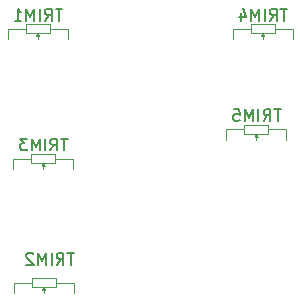
<source format=gbr>
%TF.GenerationSoftware,KiCad,Pcbnew,9.0.4*%
%TF.CreationDate,2025-09-28T20:49:05+05:30*%
%TF.ProjectId,BSPD_v2,42535044-5f76-4322-9e6b-696361645f70,rev?*%
%TF.SameCoordinates,Original*%
%TF.FileFunction,Legend,Bot*%
%TF.FilePolarity,Positive*%
%FSLAX46Y46*%
G04 Gerber Fmt 4.6, Leading zero omitted, Abs format (unit mm)*
G04 Created by KiCad (PCBNEW 9.0.4) date 2025-09-28 20:49:05*
%MOMM*%
%LPD*%
G01*
G04 APERTURE LIST*
%ADD10C,0.150000*%
%ADD11C,0.120000*%
G04 APERTURE END LIST*
D10*
X80031427Y-89406819D02*
X79459999Y-89406819D01*
X79745713Y-90406819D02*
X79745713Y-89406819D01*
X78555237Y-90406819D02*
X78888570Y-89930628D01*
X79126665Y-90406819D02*
X79126665Y-89406819D01*
X79126665Y-89406819D02*
X78745713Y-89406819D01*
X78745713Y-89406819D02*
X78650475Y-89454438D01*
X78650475Y-89454438D02*
X78602856Y-89502057D01*
X78602856Y-89502057D02*
X78555237Y-89597295D01*
X78555237Y-89597295D02*
X78555237Y-89740152D01*
X78555237Y-89740152D02*
X78602856Y-89835390D01*
X78602856Y-89835390D02*
X78650475Y-89883009D01*
X78650475Y-89883009D02*
X78745713Y-89930628D01*
X78745713Y-89930628D02*
X79126665Y-89930628D01*
X78126665Y-90406819D02*
X78126665Y-89406819D01*
X77650475Y-90406819D02*
X77650475Y-89406819D01*
X77650475Y-89406819D02*
X77317142Y-90121104D01*
X77317142Y-90121104D02*
X76983809Y-89406819D01*
X76983809Y-89406819D02*
X76983809Y-90406819D01*
X76602856Y-89406819D02*
X75983809Y-89406819D01*
X75983809Y-89406819D02*
X76317142Y-89787771D01*
X76317142Y-89787771D02*
X76174285Y-89787771D01*
X76174285Y-89787771D02*
X76079047Y-89835390D01*
X76079047Y-89835390D02*
X76031428Y-89883009D01*
X76031428Y-89883009D02*
X75983809Y-89978247D01*
X75983809Y-89978247D02*
X75983809Y-90216342D01*
X75983809Y-90216342D02*
X76031428Y-90311580D01*
X76031428Y-90311580D02*
X76079047Y-90359200D01*
X76079047Y-90359200D02*
X76174285Y-90406819D01*
X76174285Y-90406819D02*
X76459999Y-90406819D01*
X76459999Y-90406819D02*
X76555237Y-90359200D01*
X76555237Y-90359200D02*
X76602856Y-90311580D01*
X98611427Y-78406819D02*
X98039999Y-78406819D01*
X98325713Y-79406819D02*
X98325713Y-78406819D01*
X97135237Y-79406819D02*
X97468570Y-78930628D01*
X97706665Y-79406819D02*
X97706665Y-78406819D01*
X97706665Y-78406819D02*
X97325713Y-78406819D01*
X97325713Y-78406819D02*
X97230475Y-78454438D01*
X97230475Y-78454438D02*
X97182856Y-78502057D01*
X97182856Y-78502057D02*
X97135237Y-78597295D01*
X97135237Y-78597295D02*
X97135237Y-78740152D01*
X97135237Y-78740152D02*
X97182856Y-78835390D01*
X97182856Y-78835390D02*
X97230475Y-78883009D01*
X97230475Y-78883009D02*
X97325713Y-78930628D01*
X97325713Y-78930628D02*
X97706665Y-78930628D01*
X96706665Y-79406819D02*
X96706665Y-78406819D01*
X96230475Y-79406819D02*
X96230475Y-78406819D01*
X96230475Y-78406819D02*
X95897142Y-79121104D01*
X95897142Y-79121104D02*
X95563809Y-78406819D01*
X95563809Y-78406819D02*
X95563809Y-79406819D01*
X94659047Y-78740152D02*
X94659047Y-79406819D01*
X94897142Y-78359200D02*
X95135237Y-79073485D01*
X95135237Y-79073485D02*
X94516190Y-79073485D01*
X98081427Y-86906819D02*
X97509999Y-86906819D01*
X97795713Y-87906819D02*
X97795713Y-86906819D01*
X96605237Y-87906819D02*
X96938570Y-87430628D01*
X97176665Y-87906819D02*
X97176665Y-86906819D01*
X97176665Y-86906819D02*
X96795713Y-86906819D01*
X96795713Y-86906819D02*
X96700475Y-86954438D01*
X96700475Y-86954438D02*
X96652856Y-87002057D01*
X96652856Y-87002057D02*
X96605237Y-87097295D01*
X96605237Y-87097295D02*
X96605237Y-87240152D01*
X96605237Y-87240152D02*
X96652856Y-87335390D01*
X96652856Y-87335390D02*
X96700475Y-87383009D01*
X96700475Y-87383009D02*
X96795713Y-87430628D01*
X96795713Y-87430628D02*
X97176665Y-87430628D01*
X96176665Y-87906819D02*
X96176665Y-86906819D01*
X95700475Y-87906819D02*
X95700475Y-86906819D01*
X95700475Y-86906819D02*
X95367142Y-87621104D01*
X95367142Y-87621104D02*
X95033809Y-86906819D01*
X95033809Y-86906819D02*
X95033809Y-87906819D01*
X94081428Y-86906819D02*
X94557618Y-86906819D01*
X94557618Y-86906819D02*
X94605237Y-87383009D01*
X94605237Y-87383009D02*
X94557618Y-87335390D01*
X94557618Y-87335390D02*
X94462380Y-87287771D01*
X94462380Y-87287771D02*
X94224285Y-87287771D01*
X94224285Y-87287771D02*
X94129047Y-87335390D01*
X94129047Y-87335390D02*
X94081428Y-87383009D01*
X94081428Y-87383009D02*
X94033809Y-87478247D01*
X94033809Y-87478247D02*
X94033809Y-87716342D01*
X94033809Y-87716342D02*
X94081428Y-87811580D01*
X94081428Y-87811580D02*
X94129047Y-87859200D01*
X94129047Y-87859200D02*
X94224285Y-87906819D01*
X94224285Y-87906819D02*
X94462380Y-87906819D01*
X94462380Y-87906819D02*
X94557618Y-87859200D01*
X94557618Y-87859200D02*
X94605237Y-87811580D01*
X80571427Y-99066819D02*
X79999999Y-99066819D01*
X80285713Y-100066819D02*
X80285713Y-99066819D01*
X79095237Y-100066819D02*
X79428570Y-99590628D01*
X79666665Y-100066819D02*
X79666665Y-99066819D01*
X79666665Y-99066819D02*
X79285713Y-99066819D01*
X79285713Y-99066819D02*
X79190475Y-99114438D01*
X79190475Y-99114438D02*
X79142856Y-99162057D01*
X79142856Y-99162057D02*
X79095237Y-99257295D01*
X79095237Y-99257295D02*
X79095237Y-99400152D01*
X79095237Y-99400152D02*
X79142856Y-99495390D01*
X79142856Y-99495390D02*
X79190475Y-99543009D01*
X79190475Y-99543009D02*
X79285713Y-99590628D01*
X79285713Y-99590628D02*
X79666665Y-99590628D01*
X78666665Y-100066819D02*
X78666665Y-99066819D01*
X78190475Y-100066819D02*
X78190475Y-99066819D01*
X78190475Y-99066819D02*
X77857142Y-99781104D01*
X77857142Y-99781104D02*
X77523809Y-99066819D01*
X77523809Y-99066819D02*
X77523809Y-100066819D01*
X77095237Y-99162057D02*
X77047618Y-99114438D01*
X77047618Y-99114438D02*
X76952380Y-99066819D01*
X76952380Y-99066819D02*
X76714285Y-99066819D01*
X76714285Y-99066819D02*
X76619047Y-99114438D01*
X76619047Y-99114438D02*
X76571428Y-99162057D01*
X76571428Y-99162057D02*
X76523809Y-99257295D01*
X76523809Y-99257295D02*
X76523809Y-99352533D01*
X76523809Y-99352533D02*
X76571428Y-99495390D01*
X76571428Y-99495390D02*
X77142856Y-100066819D01*
X77142856Y-100066819D02*
X76523809Y-100066819D01*
X79571427Y-78406819D02*
X78999999Y-78406819D01*
X79285713Y-79406819D02*
X79285713Y-78406819D01*
X78095237Y-79406819D02*
X78428570Y-78930628D01*
X78666665Y-79406819D02*
X78666665Y-78406819D01*
X78666665Y-78406819D02*
X78285713Y-78406819D01*
X78285713Y-78406819D02*
X78190475Y-78454438D01*
X78190475Y-78454438D02*
X78142856Y-78502057D01*
X78142856Y-78502057D02*
X78095237Y-78597295D01*
X78095237Y-78597295D02*
X78095237Y-78740152D01*
X78095237Y-78740152D02*
X78142856Y-78835390D01*
X78142856Y-78835390D02*
X78190475Y-78883009D01*
X78190475Y-78883009D02*
X78285713Y-78930628D01*
X78285713Y-78930628D02*
X78666665Y-78930628D01*
X77666665Y-79406819D02*
X77666665Y-78406819D01*
X77190475Y-79406819D02*
X77190475Y-78406819D01*
X77190475Y-78406819D02*
X76857142Y-79121104D01*
X76857142Y-79121104D02*
X76523809Y-78406819D01*
X76523809Y-78406819D02*
X76523809Y-79406819D01*
X75523809Y-79406819D02*
X76095237Y-79406819D01*
X75809523Y-79406819D02*
X75809523Y-78406819D01*
X75809523Y-78406819D02*
X75904761Y-78549676D01*
X75904761Y-78549676D02*
X75999999Y-78644914D01*
X75999999Y-78644914D02*
X76095237Y-78692533D01*
D11*
%TO.C,TRIM3*%
X78087000Y-91730000D02*
X77833000Y-91730000D01*
X77960000Y-91476000D01*
X78087000Y-91730000D01*
G36*
X78087000Y-91730000D02*
G01*
X77833000Y-91730000D01*
X77960000Y-91476000D01*
X78087000Y-91730000D01*
G37*
X76944000Y-90714000D02*
X78976000Y-90714000D01*
X78976000Y-91476000D01*
X76944000Y-91476000D01*
X76944000Y-90714000D01*
X75420000Y-91095000D02*
X75420000Y-91984000D01*
X76944000Y-91095000D02*
X75420000Y-91095000D01*
X77960000Y-91984000D02*
X77960000Y-91476000D01*
X78976000Y-91095000D02*
X80500000Y-91095000D01*
X80500000Y-91095000D02*
X80500000Y-91984000D01*
%TO.C,TRIM4*%
X96667000Y-80730000D02*
X96413000Y-80730000D01*
X96540000Y-80476000D01*
X96667000Y-80730000D01*
G36*
X96667000Y-80730000D02*
G01*
X96413000Y-80730000D01*
X96540000Y-80476000D01*
X96667000Y-80730000D01*
G37*
X95524000Y-79714000D02*
X97556000Y-79714000D01*
X97556000Y-80476000D01*
X95524000Y-80476000D01*
X95524000Y-79714000D01*
X94000000Y-80095000D02*
X94000000Y-80984000D01*
X95524000Y-80095000D02*
X94000000Y-80095000D01*
X96540000Y-80984000D02*
X96540000Y-80476000D01*
X97556000Y-80095000D02*
X99080000Y-80095000D01*
X99080000Y-80095000D02*
X99080000Y-80984000D01*
%TO.C,TRIM5*%
X96137000Y-89230000D02*
X95883000Y-89230000D01*
X96010000Y-88976000D01*
X96137000Y-89230000D01*
G36*
X96137000Y-89230000D02*
G01*
X95883000Y-89230000D01*
X96010000Y-88976000D01*
X96137000Y-89230000D01*
G37*
X94994000Y-88214000D02*
X97026000Y-88214000D01*
X97026000Y-88976000D01*
X94994000Y-88976000D01*
X94994000Y-88214000D01*
X93470000Y-88595000D02*
X93470000Y-89484000D01*
X94994000Y-88595000D02*
X93470000Y-88595000D01*
X96010000Y-89484000D02*
X96010000Y-88976000D01*
X97026000Y-88595000D02*
X98550000Y-88595000D01*
X98550000Y-88595000D02*
X98550000Y-89484000D01*
%TO.C,TRIM2*%
X78137000Y-102230000D02*
X77883000Y-102230000D01*
X78010000Y-101976000D01*
X78137000Y-102230000D01*
G36*
X78137000Y-102230000D02*
G01*
X77883000Y-102230000D01*
X78010000Y-101976000D01*
X78137000Y-102230000D01*
G37*
X76994000Y-101214000D02*
X79026000Y-101214000D01*
X79026000Y-101976000D01*
X76994000Y-101976000D01*
X76994000Y-101214000D01*
X75470000Y-101595000D02*
X75470000Y-102484000D01*
X76994000Y-101595000D02*
X75470000Y-101595000D01*
X78010000Y-102484000D02*
X78010000Y-101976000D01*
X79026000Y-101595000D02*
X80550000Y-101595000D01*
X80550000Y-101595000D02*
X80550000Y-102484000D01*
%TO.C,TRIM1*%
X77627000Y-80730000D02*
X77373000Y-80730000D01*
X77500000Y-80476000D01*
X77627000Y-80730000D01*
G36*
X77627000Y-80730000D02*
G01*
X77373000Y-80730000D01*
X77500000Y-80476000D01*
X77627000Y-80730000D01*
G37*
X76484000Y-79714000D02*
X78516000Y-79714000D01*
X78516000Y-80476000D01*
X76484000Y-80476000D01*
X76484000Y-79714000D01*
X74960000Y-80095000D02*
X74960000Y-80984000D01*
X76484000Y-80095000D02*
X74960000Y-80095000D01*
X77500000Y-80984000D02*
X77500000Y-80476000D01*
X78516000Y-80095000D02*
X80040000Y-80095000D01*
X80040000Y-80095000D02*
X80040000Y-80984000D01*
%TD*%
M02*

</source>
